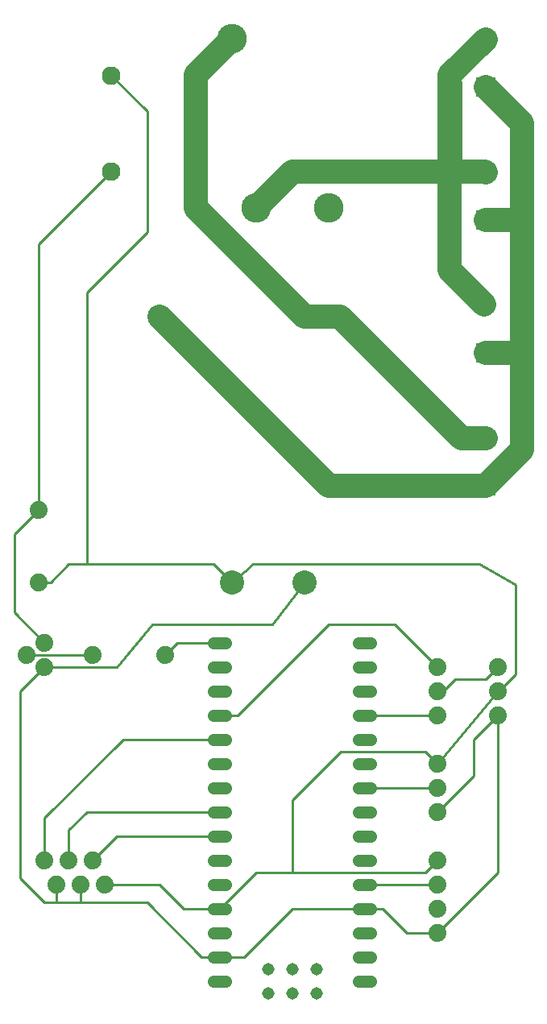
<source format=gbr>
G04 EAGLE Gerber RS-274X export*
G75*
%MOMM*%
%FSLAX34Y34*%
%LPD*%
%INBottom Copper*%
%IPPOS*%
%AMOC8*
5,1,8,0,0,1.08239X$1,22.5*%
G01*
%ADD10C,1.879600*%
%ADD11R,2.032000X2.032000*%
%ADD12C,2.032000*%
%ADD13C,3.116000*%
%ADD14C,1.955800*%
%ADD15C,2.540000*%
%ADD16C,1.308000*%
%ADD17C,1.308000*%
%ADD18C,0.254000*%
%ADD19C,0.152400*%
%ADD20C,2.540000*%


D10*
X50800Y533400D03*
X50800Y457200D03*
X57150Y165100D03*
X69850Y139700D03*
X82550Y165100D03*
X95250Y139700D03*
X107950Y165100D03*
X120650Y139700D03*
D11*
X520700Y977900D03*
D12*
X520700Y1027900D03*
D10*
X469900Y215900D03*
X469900Y241300D03*
X469900Y266700D03*
X469900Y88900D03*
X469900Y114300D03*
X469900Y139700D03*
X469900Y165100D03*
X469900Y368300D03*
X469900Y342900D03*
X469900Y317500D03*
X533400Y368300D03*
X533400Y342900D03*
X533400Y317500D03*
D11*
X520700Y838200D03*
D12*
X520700Y888200D03*
D11*
X520700Y698500D03*
D12*
X520700Y748500D03*
D11*
X520700Y558800D03*
D12*
X520700Y608800D03*
D13*
X355600Y850900D03*
X279400Y850900D03*
X254000Y1028700D03*
D14*
X127000Y989900D03*
X127000Y889000D03*
D15*
X254000Y457200D03*
X330200Y457200D03*
X330200Y736600D03*
X177800Y736600D03*
D10*
X57150Y368300D03*
X38100Y381000D03*
X57150Y393700D03*
X184150Y381000D03*
X107950Y381000D03*
D16*
X387160Y38100D02*
X400240Y38100D01*
X400240Y63500D02*
X387160Y63500D01*
X387160Y88900D02*
X400240Y88900D01*
X400240Y114300D02*
X387160Y114300D01*
X387160Y139700D02*
X400240Y139700D01*
X400240Y165100D02*
X387160Y165100D01*
X387160Y190500D02*
X400240Y190500D01*
X400240Y215900D02*
X387160Y215900D01*
X387160Y241300D02*
X400240Y241300D01*
X400240Y266700D02*
X387160Y266700D01*
X387160Y292100D02*
X400240Y292100D01*
X400240Y317500D02*
X387160Y317500D01*
X247840Y38100D02*
X234760Y38100D01*
X234760Y63500D02*
X247840Y63500D01*
X247840Y88900D02*
X234760Y88900D01*
X234760Y241300D02*
X247840Y241300D01*
X247840Y266700D02*
X234760Y266700D01*
X234760Y292100D02*
X247840Y292100D01*
X247840Y317500D02*
X234760Y317500D01*
X234760Y393700D02*
X247840Y393700D01*
X387160Y393700D02*
X400240Y393700D01*
X400240Y368300D02*
X387160Y368300D01*
X387160Y342900D02*
X400240Y342900D01*
X247840Y368300D02*
X234760Y368300D01*
X234760Y342900D02*
X247840Y342900D01*
X247840Y114300D02*
X234760Y114300D01*
D17*
X292100Y50800D03*
X317500Y50800D03*
X342900Y50800D03*
D16*
X247840Y215900D02*
X234760Y215900D01*
X234760Y190500D02*
X247840Y190500D01*
X247840Y165100D02*
X234760Y165100D01*
X234760Y139700D02*
X247840Y139700D01*
D17*
X292100Y25400D03*
X317500Y25400D03*
X342900Y25400D03*
D18*
X241300Y63500D02*
X222250Y63500D01*
X165100Y120650D01*
X508000Y292100D02*
X533400Y317500D01*
X508000Y292100D02*
X508000Y254000D01*
X469900Y215900D01*
D19*
X57912Y368808D02*
X57150Y368300D01*
D18*
X133350Y368300D01*
X170392Y412750D01*
X296863Y412750D01*
X330200Y457200D01*
X95250Y139700D02*
X95250Y120650D01*
X165100Y120650D01*
X31750Y342900D02*
X57150Y368300D01*
X69850Y120650D02*
X95250Y120650D01*
X69850Y120650D02*
X69850Y139700D01*
X69850Y120650D02*
X57150Y120650D01*
X31750Y146050D01*
X31750Y342900D01*
X393700Y114300D02*
X412750Y114300D01*
X438150Y88900D01*
X469900Y88900D01*
X533400Y152400D01*
X533400Y317500D01*
X266700Y63500D02*
X241300Y63500D01*
X266700Y63500D02*
X317500Y114300D01*
X393700Y114300D01*
X107950Y381000D02*
X38100Y381000D01*
X50800Y812800D02*
X127000Y889000D01*
X50800Y812800D02*
X50800Y533400D01*
X25400Y508000D01*
X25400Y425450D01*
X57150Y393700D01*
X127000Y989900D02*
X127700Y989900D01*
X165100Y952500D01*
X165100Y825500D01*
X101600Y762000D02*
X101600Y476250D01*
X82550Y476250D02*
X63500Y457200D01*
X50800Y457200D01*
X101600Y762000D02*
X165100Y825500D01*
X234950Y476250D02*
X254000Y457200D01*
X234950Y476250D02*
X101600Y476250D01*
X203200Y114300D02*
X241300Y114300D01*
X203200Y114300D02*
X177800Y139700D01*
X120650Y139700D01*
X469900Y266700D02*
X533400Y342900D01*
X279400Y152400D02*
X241300Y114300D01*
X457200Y152400D02*
X469900Y165100D01*
X317500Y152400D02*
X279400Y152400D01*
X317500Y152400D02*
X457200Y152400D01*
D19*
X533400Y342900D02*
X534924Y342900D01*
X254508Y457200D02*
X254000Y457200D01*
D18*
X274230Y474901D02*
X275771Y476250D01*
X274230Y474901D02*
X254000Y457200D01*
X275771Y476250D02*
X514350Y476250D01*
X551278Y455148D01*
X552450Y454479D01*
X101600Y476250D02*
X82550Y476250D01*
X551278Y455148D02*
X552450Y453976D01*
X552450Y360426D02*
X534924Y342900D01*
X552450Y360426D02*
X552450Y453976D01*
X457200Y279400D02*
X469900Y266700D01*
X368300Y279400D02*
X317500Y228600D01*
X317500Y152400D01*
X368300Y279400D02*
X457200Y279400D01*
X196850Y393700D02*
X184150Y381000D01*
X196850Y393700D02*
X241300Y393700D01*
X101600Y215900D02*
X82550Y196850D01*
X82550Y165100D01*
X101600Y215900D02*
X241300Y215900D01*
X133350Y190500D02*
X107950Y165100D01*
X133350Y190500D02*
X241300Y190500D01*
D20*
X215900Y990600D02*
X254000Y1028700D01*
X215900Y990600D02*
X215900Y850900D01*
X330200Y736600D01*
X519176Y608800D02*
X520700Y608800D01*
D19*
X521208Y609600D01*
X527304Y615696D01*
D20*
X520700Y608800D02*
X495300Y608800D01*
X367500Y736600D01*
X330200Y736600D01*
X558800Y939800D02*
X520700Y977900D01*
X558800Y939800D02*
X558800Y838200D01*
X558800Y698500D01*
X558800Y596900D01*
X520700Y558800D01*
X520700Y838200D02*
X558800Y838200D01*
X558800Y698500D02*
X520700Y698500D01*
X355600Y558800D02*
X177800Y736600D01*
X355600Y558800D02*
X520700Y558800D01*
D18*
X469900Y139700D02*
X393700Y139700D01*
X393700Y241300D02*
X469900Y241300D01*
X469900Y317500D02*
X393700Y317500D01*
X260350Y317500D02*
X241300Y317500D01*
X260350Y317500D02*
X355600Y412750D01*
X425450Y412750D01*
X469900Y368300D01*
X520700Y355600D02*
X533400Y368300D01*
X520700Y355600D02*
X488950Y355600D01*
X476250Y342900D01*
X469900Y342900D01*
X139700Y292100D02*
X57150Y209550D01*
X139700Y292100D02*
X241300Y292100D01*
X57150Y209550D02*
X57150Y165100D01*
D20*
X482600Y990600D02*
X520700Y1027900D01*
X482600Y990600D02*
X482600Y984504D01*
X482600Y889000D01*
X482600Y785876D01*
X519176Y749300D01*
X520700Y888200D02*
X519900Y889000D01*
X495300Y889000D01*
X482600Y889000D02*
X317500Y889000D01*
X279400Y850900D01*
D19*
X520700Y748500D02*
X521208Y748284D01*
X519176Y749300D01*
X495300Y982980D02*
X493776Y984504D01*
X495300Y982980D02*
X495300Y889000D01*
X493776Y984504D02*
X482600Y984504D01*
M02*

</source>
